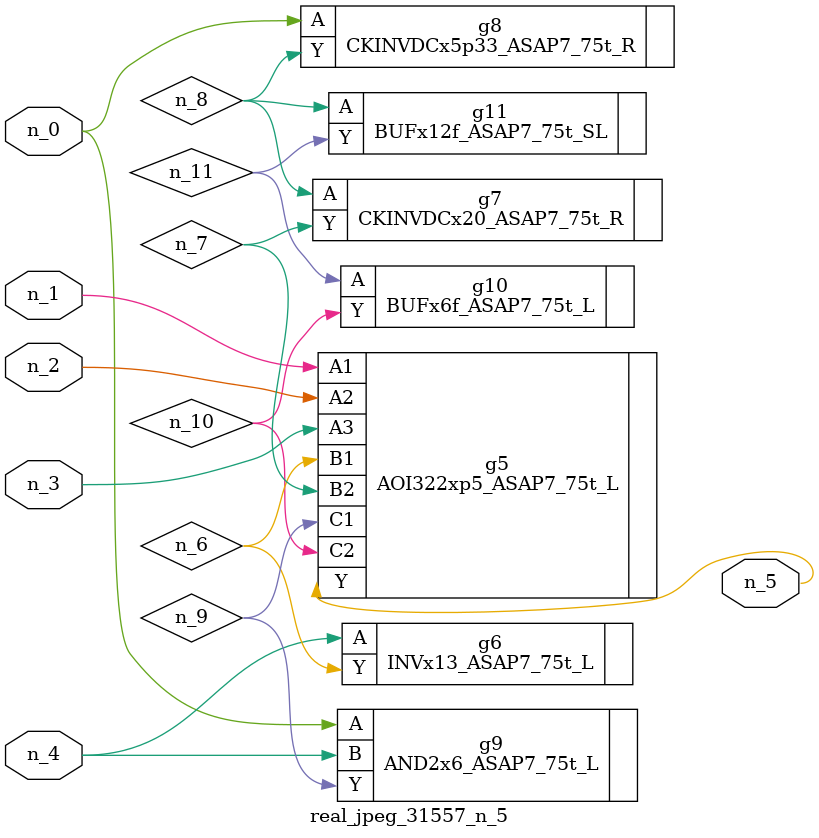
<source format=v>
module real_jpeg_31557_n_5 (n_4, n_0, n_1, n_2, n_3, n_5);

input n_4;
input n_0;
input n_1;
input n_2;
input n_3;

output n_5;

wire n_8;
wire n_11;
wire n_6;
wire n_7;
wire n_10;
wire n_9;

CKINVDCx5p33_ASAP7_75t_R g8 ( 
.A(n_0),
.Y(n_8)
);

AND2x6_ASAP7_75t_L g9 ( 
.A(n_0),
.B(n_4),
.Y(n_9)
);

AOI322xp5_ASAP7_75t_L g5 ( 
.A1(n_1),
.A2(n_2),
.A3(n_3),
.B1(n_6),
.B2(n_7),
.C1(n_9),
.C2(n_10),
.Y(n_5)
);

INVx13_ASAP7_75t_L g6 ( 
.A(n_4),
.Y(n_6)
);

CKINVDCx20_ASAP7_75t_R g7 ( 
.A(n_8),
.Y(n_7)
);

BUFx12f_ASAP7_75t_SL g11 ( 
.A(n_8),
.Y(n_11)
);

BUFx6f_ASAP7_75t_L g10 ( 
.A(n_11),
.Y(n_10)
);


endmodule
</source>
